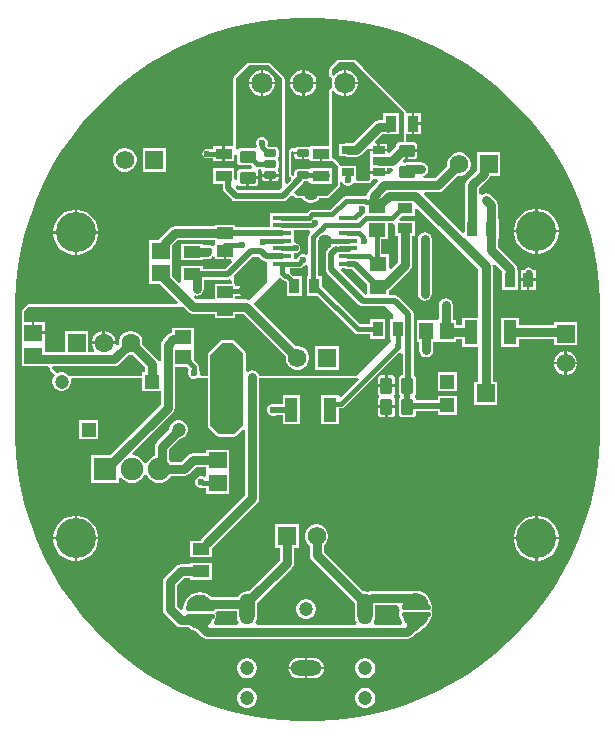
<source format=gbr>
G04*
G04 #@! TF.GenerationSoftware,Altium Limited,Altium Designer,25.4.2 (15)*
G04*
G04 Layer_Physical_Order=1*
G04 Layer_Color=255*
%FSLAX44Y44*%
%MOMM*%
G71*
G04*
G04 #@! TF.SameCoordinates,FCCDDFE3-C2CD-4CD5-A356-5465B3BF4BA8*
G04*
G04*
G04 #@! TF.FilePolarity,Positive*
G04*
G01*
G75*
%ADD13C,0.5080*%
%ADD14C,0.3810*%
%ADD16C,0.2540*%
%ADD20R,1.1000X2.0500*%
G04:AMPARAMS|DCode=21|XSize=1.05mm|YSize=1.38mm|CornerRadius=0.1313mm|HoleSize=0mm|Usage=FLASHONLY|Rotation=0.000|XOffset=0mm|YOffset=0mm|HoleType=Round|Shape=RoundedRectangle|*
%AMROUNDEDRECTD21*
21,1,1.0500,1.1175,0,0,0.0*
21,1,0.7875,1.3800,0,0,0.0*
1,1,0.2625,0.3938,-0.5587*
1,1,0.2625,-0.3938,-0.5587*
1,1,0.2625,-0.3938,0.5587*
1,1,0.2625,0.3938,0.5587*
%
%ADD21ROUNDEDRECTD21*%
%ADD22R,1.5000X1.6000*%
%ADD23R,1.2000X1.2000*%
%ADD24R,0.9061X1.3098*%
%ADD25C,0.2540*%
%ADD26R,1.4500X1.1500*%
%ADD27R,1.4500X1.2000*%
%ADD28R,1.1500X1.4500*%
%ADD29R,0.8500X1.3000*%
%ADD30R,1.3000X0.8500*%
%ADD31R,1.5500X1.3500*%
%ADD32R,1.5562X1.4546*%
%ADD33R,1.3500X1.0000*%
%ADD34R,1.3800X0.9200*%
G04:AMPARAMS|DCode=35|XSize=1.05mm|YSize=1.38mm|CornerRadius=0.1313mm|HoleSize=0mm|Usage=FLASHONLY|Rotation=270.000|XOffset=0mm|YOffset=0mm|HoleType=Round|Shape=RoundedRectangle|*
%AMROUNDEDRECTD35*
21,1,1.0500,1.1175,0,0,270.0*
21,1,0.7875,1.3800,0,0,270.0*
1,1,0.2625,-0.5587,-0.3938*
1,1,0.2625,-0.5587,0.3938*
1,1,0.2625,0.5587,0.3938*
1,1,0.2625,0.5587,-0.3938*
%
%ADD35ROUNDEDRECTD35*%
G04:AMPARAMS|DCode=36|XSize=0.6mm|YSize=1mm|CornerRadius=0.051mm|HoleSize=0mm|Usage=FLASHONLY|Rotation=90.000|XOffset=0mm|YOffset=0mm|HoleType=Round|Shape=RoundedRectangle|*
%AMROUNDEDRECTD36*
21,1,0.6000,0.8980,0,0,90.0*
21,1,0.4980,1.0000,0,0,90.0*
1,1,0.1020,0.4490,0.2490*
1,1,0.1020,0.4490,-0.2490*
1,1,0.1020,-0.4490,-0.2490*
1,1,0.1020,-0.4490,0.2490*
%
%ADD36ROUNDEDRECTD36*%
%ADD37R,1.0000X0.6600*%
%ADD38R,0.9500X1.4000*%
%ADD39R,1.4200X1.0000*%
%ADD44R,1.6000X0.3500*%
%ADD59C,1.9000*%
%ADD60R,1.9000X1.9000*%
%ADD61C,1.2000*%
%ADD71C,0.7620*%
%ADD72C,1.0160*%
%ADD73C,0.4572*%
%ADD74C,3.4000*%
%ADD75C,1.5750*%
%ADD76R,1.5750X1.5750*%
%ADD77C,1.8034*%
%ADD78R,1.5750X1.5750*%
%ADD79C,1.6000*%
%ADD80R,1.6000X1.6000*%
%ADD81O,2.6160X1.3080*%
%ADD82O,1.3080X2.6160*%
%ADD83C,0.6000*%
%ADD84C,1.2700*%
G36*
X23657Y549940D02*
X38533Y548134D01*
X53273Y545432D01*
X67823Y541846D01*
X82129Y537388D01*
X96141Y532074D01*
X109806Y525924D01*
X123074Y518960D01*
X135898Y511208D01*
X148231Y502695D01*
X160027Y493454D01*
X171244Y483517D01*
X181840Y472921D01*
X191777Y461704D01*
X201019Y449908D01*
X209531Y437575D01*
X217284Y424751D01*
X224247Y411483D01*
X230397Y397818D01*
X235711Y383806D01*
X240170Y369499D01*
X243756Y354950D01*
X246457Y340210D01*
X248263Y325334D01*
X249168Y310376D01*
Y302884D01*
X249168Y202884D01*
Y195391D01*
X248263Y180433D01*
X246457Y165557D01*
X243756Y150817D01*
X240169Y136268D01*
X235711Y121961D01*
X230397Y107950D01*
X224247Y94285D01*
X217283Y81016D01*
X209531Y68192D01*
X201018Y55859D01*
X191777Y44064D01*
X181840Y32847D01*
X171244Y22251D01*
X160027Y12314D01*
X148231Y3072D01*
X135899Y-5440D01*
X123074Y-13193D01*
X109806Y-20157D01*
X96141Y-26307D01*
X82129Y-31621D01*
X67822Y-36079D01*
X53273Y-39665D01*
X38533Y-42366D01*
X23657Y-44173D01*
X8699Y-45077D01*
X-6285D01*
X-21244Y-44173D01*
X-36120Y-42366D01*
X-50859Y-39665D01*
X-65409Y-36079D01*
X-79715Y-31621D01*
X-93727Y-26307D01*
X-107392Y-20157D01*
X-120661Y-13193D01*
X-133485Y-5441D01*
X-145817Y3072D01*
X-157613Y12313D01*
X-168830Y22250D01*
X-179426Y32847D01*
X-189363Y44063D01*
X-198605Y55859D01*
X-207117Y68192D01*
X-214870Y81016D01*
X-221834Y94285D01*
X-227984Y107950D01*
X-233298Y121961D01*
X-237756Y136268D01*
X-241342Y150817D01*
X-244043Y165557D01*
X-245849Y180433D01*
X-246754Y195391D01*
Y202884D01*
Y302884D01*
Y310376D01*
X-245849Y325334D01*
X-244043Y340210D01*
X-241342Y354950D01*
X-237756Y369499D01*
X-233298Y383806D01*
X-227984Y397818D01*
X-221833Y411483D01*
X-214870Y424751D01*
X-207117Y437575D01*
X-198605Y449908D01*
X-189363Y461703D01*
X-179426Y472920D01*
X-168830Y483516D01*
X-157613Y493454D01*
X-145817Y502695D01*
X-133485Y511208D01*
X-120660Y518960D01*
X-107392Y525924D01*
X-93727Y532074D01*
X-79716Y537388D01*
X-65409Y541846D01*
X-50859Y545432D01*
X-36120Y548134D01*
X-21244Y549940D01*
X-6285Y550845D01*
X8699D01*
X23657Y549940D01*
D02*
G37*
%LPC*%
G36*
X-831Y506349D02*
X-1270D01*
Y496316D01*
X8763D01*
Y496754D01*
X8010Y499565D01*
X6555Y502084D01*
X4498Y504141D01*
X1979Y505596D01*
X-831Y506349D01*
D02*
G37*
G36*
X-3302D02*
X-3741D01*
X-6551Y505596D01*
X-9070Y504141D01*
X-11128Y502084D01*
X-12582Y499565D01*
X-13335Y496754D01*
Y496316D01*
X-3302D01*
Y506349D01*
D02*
G37*
G36*
X8763Y494284D02*
X-1270D01*
Y484251D01*
X-831D01*
X1979Y485004D01*
X4498Y486458D01*
X6555Y488516D01*
X8010Y491035D01*
X8763Y493845D01*
Y494284D01*
D02*
G37*
G36*
X-3302D02*
X-13335D01*
Y493845D01*
X-12582Y491035D01*
X-11128Y488516D01*
X-9070Y486458D01*
X-6551Y485004D01*
X-3741Y484251D01*
X-3302D01*
Y494284D01*
D02*
G37*
G36*
X97312Y470042D02*
X91546D01*
Y462026D01*
X97312D01*
Y470042D01*
D02*
G37*
G36*
Y459994D02*
X91546D01*
Y451978D01*
X97312D01*
Y459994D01*
D02*
G37*
G36*
X40640Y515152D02*
X40640Y515152D01*
X27940D01*
X27147Y514994D01*
X26475Y514545D01*
X26475Y514545D01*
X20125Y508195D01*
X19676Y507523D01*
X19518Y506730D01*
X19518Y506730D01*
Y502104D01*
X19545Y501970D01*
X19536Y501834D01*
X19623Y501577D01*
X19676Y501312D01*
X19752Y501198D01*
X19796Y501068D01*
X19974Y500865D01*
X20125Y500639D01*
X20239Y500564D01*
X20329Y500461D01*
X20572Y500341D01*
X20797Y500190D01*
X22257Y498768D01*
X21717Y496754D01*
Y493845D01*
X22257Y491831D01*
X20797Y490409D01*
X20572Y490259D01*
X20329Y490139D01*
X20239Y490036D01*
X20125Y489960D01*
X19974Y489735D01*
X19796Y489531D01*
X19752Y489402D01*
X19676Y489288D01*
X19623Y489022D01*
X19536Y488765D01*
X19545Y488629D01*
X19518Y488495D01*
Y442292D01*
X3768D01*
X3768Y442292D01*
X1736Y441300D01*
X1730Y441302D01*
X-7250D01*
X-8242Y441104D01*
X-9083Y440542D01*
X-9645Y439702D01*
X-11315Y440187D01*
X-11430Y440195D01*
X-11551Y440228D01*
X-11591Y440241D01*
X-11856Y440223D01*
X-12121Y440240D01*
X-12256Y440195D01*
X-12398Y440185D01*
X-12635Y440066D01*
X-12887Y439981D01*
X-13128Y439842D01*
X-13377Y439625D01*
X-13640Y439426D01*
X-14246Y438746D01*
X-14422Y438448D01*
X-14614Y438160D01*
X-14626Y438101D01*
X-14656Y438050D01*
X-14704Y437707D01*
X-14772Y437367D01*
Y417790D01*
X-14706Y417459D01*
X-14662Y417124D01*
X-14627Y417065D01*
X-14614Y416997D01*
X-14426Y416716D01*
X-14257Y416424D01*
X-14203Y416382D01*
X-14165Y416325D01*
X-13884Y416137D01*
X-13616Y415932D01*
X-13188Y415721D01*
X-12856Y413716D01*
X-16371Y410201D01*
X-18248Y410979D01*
Y499110D01*
X-18248Y499110D01*
X-18406Y499903D01*
X-18855Y500575D01*
X-18855Y500575D01*
X-30285Y512005D01*
X-30957Y512454D01*
X-31750Y512612D01*
X-31750Y512612D01*
X-48260D01*
X-48260Y512612D01*
X-49053Y512454D01*
X-49725Y512005D01*
X-61155Y500575D01*
X-61604Y499903D01*
X-61762Y499110D01*
X-61762Y499110D01*
Y477520D01*
Y442292D01*
X-68834D01*
Y435660D01*
Y429028D01*
X-60918D01*
Y434110D01*
X-58886Y435358D01*
X-58528Y435177D01*
Y429132D01*
X-58268Y427827D01*
X-57529Y426721D01*
X-56423Y425982D01*
X-55118Y425722D01*
X-46799D01*
X-45987Y424677D01*
X-46898Y422657D01*
X-55118D01*
X-56423Y422398D01*
X-57529Y421659D01*
X-58268Y420552D01*
X-58528Y419247D01*
Y413203D01*
X-58886Y413021D01*
X-60918Y414269D01*
Y423192D01*
X-78782D01*
Y409928D01*
X-70436D01*
Y406134D01*
X-70081Y404350D01*
X-69070Y402837D01*
X-62986Y396754D01*
X-61474Y395743D01*
X-59690Y395388D01*
X-19930D01*
X-18146Y395743D01*
X-16634Y396754D01*
X-13381Y400007D01*
X-10507Y400007D01*
X-9085Y398585D01*
X-8413Y398136D01*
X-7620Y397978D01*
X-7620Y397978D01*
X-3206D01*
X-2897Y397443D01*
X-1337Y395882D01*
X575Y394779D01*
X2706Y394208D01*
X4913D01*
X7045Y394779D01*
X8957Y395882D01*
X10517Y397443D01*
X10826Y397978D01*
X17780D01*
X17780Y397978D01*
X18573Y398136D01*
X19245Y398585D01*
X19245Y398585D01*
X28135Y407475D01*
X28584Y408147D01*
X28742Y408940D01*
X28742Y408940D01*
Y411338D01*
X30774Y411743D01*
X31294Y410486D01*
X32710Y409071D01*
X34559Y408305D01*
X36561D01*
X38410Y409071D01*
X39703Y410363D01*
X39704Y410364D01*
X40049Y410542D01*
X41354Y410870D01*
X42177Y410853D01*
X42204Y410836D01*
X42284Y410820D01*
X42356Y410779D01*
X42678Y410741D01*
X42997Y410678D01*
X53523D01*
X53841Y410741D01*
X54164Y410779D01*
X54236Y410820D01*
X54316Y410836D01*
X54586Y411016D01*
X54869Y411175D01*
X54920Y411239D01*
X54988Y411285D01*
X55169Y411555D01*
X55369Y411810D01*
X56224Y413488D01*
X56246Y413567D01*
X56292Y413635D01*
X56355Y413953D01*
X56443Y414266D01*
X58440Y414428D01*
X60230D01*
X61072Y412396D01*
X52938Y404262D01*
X51647Y402329D01*
X51448Y401328D01*
X49863Y399571D01*
X33607D01*
X32071Y399266D01*
X30769Y398395D01*
X20531Y388158D01*
X4901D01*
X3365Y387853D01*
X2062Y386982D01*
X544Y385464D01*
X-20380D01*
X-21547Y385232D01*
X-30412D01*
Y373111D01*
X-59798D01*
Y375212D01*
X-77362D01*
Y374136D01*
X-111400D01*
X-111400Y374136D01*
X-113680Y373683D01*
X-115612Y372392D01*
X-123431Y364573D01*
X-124661Y362733D01*
X-133003D01*
Y344123D01*
Y325607D01*
X-123761D01*
X-108173Y310019D01*
X-108950Y308142D01*
X-234950Y308142D01*
X-235743Y307984D01*
X-236415Y307535D01*
X-236415Y307535D01*
X-239971Y303979D01*
X-239971Y303979D01*
X-240420Y303307D01*
X-240578Y302514D01*
X-240578Y302514D01*
Y292852D01*
X-240922D01*
Y275288D01*
X-240922D01*
Y273352D01*
X-240922D01*
Y255788D01*
X-228816D01*
X-228190Y255663D01*
X-218554D01*
X-217178Y253786D01*
X-217020Y252993D01*
X-216571Y252321D01*
X-212610Y248359D01*
X-213467Y247502D01*
X-214525Y245670D01*
X-215072Y243627D01*
Y241512D01*
X-214525Y239470D01*
X-213467Y237638D01*
X-211972Y236143D01*
X-210140Y235085D01*
X-208097Y234538D01*
X-205983D01*
X-203940Y235085D01*
X-202108Y236143D01*
X-200613Y237638D01*
X-199555Y239470D01*
X-199008Y241512D01*
Y243627D01*
X-199099Y243966D01*
X-197862Y245578D01*
X-138812D01*
Y234538D01*
X-123189D01*
Y222882D01*
X-165909Y180162D01*
X-181752D01*
Y157098D01*
X-158688D01*
Y161192D01*
X-156656Y161737D01*
X-156548Y161549D01*
X-154401Y159402D01*
X-151771Y157884D01*
X-148838Y157098D01*
X-145802D01*
X-142869Y157884D01*
X-140239Y159402D01*
X-138092Y161549D01*
X-136986Y163466D01*
X-136915Y163494D01*
X-134826D01*
X-134755Y163466D01*
X-133648Y161549D01*
X-131501Y159402D01*
X-128871Y157884D01*
X-125938Y157098D01*
X-122902D01*
X-119969Y157884D01*
X-117339Y159402D01*
X-115192Y161549D01*
X-114543Y162673D01*
X-103150D01*
X-100871Y163127D01*
X-98938Y164418D01*
X-93193Y170163D01*
X-84712D01*
Y167434D01*
X-84712Y167338D01*
Y165402D01*
X-84712Y165306D01*
Y163224D01*
X-84981Y162927D01*
X-86744Y162033D01*
X-87899Y162512D01*
X-89901D01*
X-91750Y161746D01*
X-93166Y160330D01*
X-93932Y158481D01*
Y156479D01*
X-93166Y154629D01*
X-91750Y153214D01*
X-89901Y152448D01*
X-87899D01*
X-87495Y152615D01*
X-87448Y152606D01*
X-84712D01*
Y147838D01*
X-65148D01*
Y165306D01*
X-65148Y165402D01*
Y167338D01*
X-65148Y167434D01*
Y184902D01*
X-84712D01*
Y182076D01*
X-95660D01*
X-97940Y181623D01*
X-99872Y180332D01*
X-105617Y174586D01*
X-114543D01*
X-115192Y175711D01*
X-116271Y176789D01*
Y185155D01*
X-107528Y193898D01*
X-106863D01*
X-104820Y194445D01*
X-102988Y195503D01*
X-101493Y196998D01*
X-100435Y198830D01*
X-99888Y200872D01*
Y202987D01*
X-100435Y205030D01*
X-101493Y206862D01*
X-102988Y208357D01*
X-104820Y209414D01*
X-106863Y209962D01*
X-108978D01*
X-111020Y209414D01*
X-112852Y208357D01*
X-114347Y206862D01*
X-115405Y205030D01*
X-115952Y202987D01*
Y202321D01*
X-126439Y191834D01*
X-127731Y189902D01*
X-128184Y187622D01*
Y179560D01*
X-128871Y179376D01*
X-131501Y177858D01*
X-133648Y175711D01*
X-134755Y173794D01*
X-134826Y173766D01*
X-136915D01*
X-136986Y173794D01*
X-138092Y175711D01*
X-140239Y177858D01*
X-142869Y179376D01*
X-145802Y180162D01*
X-146188D01*
X-147029Y182194D01*
X-113020Y216203D01*
X-113020Y216203D01*
X-111729Y218135D01*
X-111276Y220415D01*
Y255248D01*
X-100535D01*
X-98922Y253635D01*
X-99516Y253040D01*
X-100282Y251191D01*
Y249189D01*
X-99516Y247339D01*
X-98101Y245924D01*
X-96251Y245158D01*
X-94249D01*
X-92400Y245924D01*
X-90655Y246185D01*
X-90485Y246071D01*
X-90341Y245927D01*
X-90152Y245849D01*
X-89983Y245736D01*
X-89782Y245696D01*
X-89594Y245618D01*
X-89390D01*
X-89190Y245578D01*
X-83352D01*
Y205740D01*
X-83352Y205740D01*
X-83194Y204947D01*
X-82745Y204275D01*
X-82745Y204275D01*
X-75125Y196655D01*
X-75125Y196655D01*
X-74453Y196206D01*
X-73660Y196048D01*
X-73660Y196048D01*
X-60960D01*
X-60960Y196048D01*
X-60167Y196206D01*
X-59495Y196655D01*
X-53709Y202441D01*
X-51677Y201600D01*
Y146437D01*
X-87917Y110197D01*
X-89208Y108265D01*
X-89296Y107822D01*
X-93706D01*
X-94095Y107899D01*
X-94484Y107822D01*
X-98032D01*
Y104273D01*
X-98109Y103885D01*
X-98032Y103497D01*
Y93758D01*
X-79768D01*
Y101589D01*
X-79493Y101773D01*
X-41508Y139758D01*
X-40217Y141691D01*
X-39764Y143970D01*
Y245578D01*
X41910D01*
X42703Y245736D01*
X43375Y246185D01*
X43375Y246185D01*
X44726Y244712D01*
X29973Y229960D01*
X28096Y230737D01*
Y230976D01*
X13032D01*
Y206412D01*
X28096D01*
Y219843D01*
X29547D01*
X31083Y220148D01*
X32385Y221019D01*
X78115Y266748D01*
X78471D01*
X79598Y267215D01*
X81630Y266169D01*
Y248145D01*
X80517Y247923D01*
X79411Y247184D01*
X78672Y246078D01*
X78412Y244773D01*
Y233598D01*
X78672Y232293D01*
X79411Y231187D01*
Y229404D01*
X78672Y228298D01*
X78412Y226993D01*
Y215818D01*
X78672Y214513D01*
X79411Y213407D01*
X80517Y212667D01*
X81822Y212408D01*
X89697D01*
X91002Y212667D01*
X92108Y213407D01*
X92848Y214513D01*
X93107Y215818D01*
Y217373D01*
X111382D01*
Y214632D01*
X127446D01*
Y230696D01*
X111382D01*
Y226696D01*
X93107D01*
Y226993D01*
X92848Y228298D01*
X92108Y229404D01*
Y231187D01*
X92848Y232293D01*
X93107Y233598D01*
Y244773D01*
X92848Y246078D01*
X92108Y247184D01*
X91002Y247923D01*
X90954Y247933D01*
Y299788D01*
X90599Y301572D01*
X89588Y303084D01*
X78226Y314446D01*
X76714Y315457D01*
X74930Y315811D01*
X70242D01*
Y319937D01*
X71172Y320558D01*
X88032Y337418D01*
X89323Y339350D01*
X89776Y341630D01*
Y366218D01*
X92352D01*
Y378782D01*
X79184D01*
X78406Y380659D01*
X80965Y383218D01*
X92352D01*
Y388901D01*
X94229Y389678D01*
X145957Y337950D01*
Y296762D01*
X132178D01*
Y290436D01*
X127022D01*
Y295032D01*
X124066D01*
Y307340D01*
X123613Y309619D01*
X122322Y311552D01*
X120389Y312843D01*
X118110Y313296D01*
X115830Y312843D01*
X113898Y311552D01*
X112607Y309619D01*
X112153Y307340D01*
Y296816D01*
X111458Y295032D01*
X109522D01*
X109426Y295032D01*
X93958D01*
Y276468D01*
X95643D01*
Y269240D01*
X96097Y266960D01*
X97388Y265028D01*
X99320Y263737D01*
X101600Y263283D01*
X103879Y263737D01*
X105812Y265028D01*
X107103Y266960D01*
X107556Y269240D01*
Y276075D01*
X109522Y276468D01*
X111458D01*
X111554Y276468D01*
X127022D01*
Y278523D01*
X132178D01*
Y272198D01*
X145957D01*
Y242696D01*
X142382D01*
Y222632D01*
X161446D01*
Y242696D01*
X157870D01*
Y340417D01*
X157672Y341417D01*
X159544Y342418D01*
X166017Y335945D01*
Y320349D01*
X179142D01*
Y337511D01*
X178790D01*
Y337553D01*
X178336Y339832D01*
X177045Y341765D01*
X162307Y356502D01*
Y363529D01*
X162913D01*
Y380691D01*
X162307D01*
Y392289D01*
X161854Y394569D01*
X160563Y396501D01*
X160563Y396501D01*
X156612Y400452D01*
X154679Y401743D01*
X152400Y402197D01*
X150121Y401743D01*
X148818Y400872D01*
X146864Y401699D01*
X146786Y401773D01*
Y406591D01*
X154687Y414492D01*
X155978Y416425D01*
X156055Y416813D01*
X164447D01*
Y436627D01*
X144633D01*
Y423230D01*
X144519Y422655D01*
Y421171D01*
X136617Y413270D01*
X135326Y411338D01*
X134873Y409058D01*
Y380691D01*
X134267D01*
Y369143D01*
X132390Y368366D01*
X99649Y401106D01*
X100427Y402983D01*
X111760D01*
X114039Y403437D01*
X115972Y404728D01*
X128094Y416851D01*
X128236Y416813D01*
X130844D01*
X133364Y417488D01*
X135623Y418792D01*
X137467Y420637D01*
X138772Y422896D01*
X139447Y425415D01*
Y428024D01*
X138772Y430544D01*
X137467Y432803D01*
X135623Y434647D01*
X133364Y435952D01*
X130844Y436627D01*
X128236D01*
X125716Y435952D01*
X123457Y434647D01*
X121612Y432803D01*
X120308Y430544D01*
X119633Y428024D01*
Y425415D01*
X119671Y425274D01*
X109293Y414896D01*
X99551D01*
X99351Y416928D01*
X99650Y416988D01*
X101583Y418279D01*
X102874Y420211D01*
X103327Y422491D01*
X102874Y424770D01*
X101583Y426703D01*
X99650Y427994D01*
X97371Y428447D01*
X85561D01*
X83281Y427994D01*
X83040Y428093D01*
X82381Y430558D01*
X82555Y430782D01*
X84074D01*
Y438130D01*
X85090D01*
Y439146D01*
X94087D01*
Y442067D01*
X93828Y443372D01*
X93089Y444478D01*
X91982Y445218D01*
X90677Y445477D01*
X84622D01*
Y451978D01*
X89514D01*
Y461010D01*
Y470042D01*
X84622D01*
Y471170D01*
X84464Y471963D01*
X84015Y472635D01*
X84015Y472635D01*
X48455Y508195D01*
X48455Y508195D01*
X42105Y514545D01*
X41433Y514994D01*
X40640Y515152D01*
D02*
G37*
G36*
X94087Y437114D02*
X86106D01*
Y430782D01*
X90677D01*
X91982Y431042D01*
X93089Y431781D01*
X93828Y432887D01*
X94087Y434192D01*
Y437114D01*
D02*
G37*
G36*
X-70866Y442292D02*
X-78782D01*
Y439649D01*
X-83795D01*
X-85331Y439343D01*
X-86634Y438473D01*
X-86658Y438448D01*
X-87529Y437146D01*
X-87834Y435610D01*
X-87529Y434074D01*
X-86658Y432771D01*
X-85356Y431901D01*
X-83820Y431596D01*
X-83694Y431621D01*
X-78782D01*
Y429028D01*
X-70866D01*
Y435660D01*
Y442292D01*
D02*
G37*
G36*
X-118563Y440267D02*
X-138377D01*
Y420453D01*
X-118563D01*
Y440267D01*
D02*
G37*
G36*
X-152166D02*
X-154775D01*
X-157294Y439592D01*
X-159553Y438287D01*
X-161398Y436443D01*
X-162702Y434184D01*
X-163377Y431664D01*
Y429055D01*
X-162702Y426536D01*
X-161398Y424277D01*
X-159553Y422432D01*
X-157294Y421128D01*
X-154775Y420453D01*
X-152166D01*
X-149646Y421128D01*
X-147387Y422432D01*
X-145543Y424277D01*
X-144238Y426536D01*
X-143563Y429055D01*
Y431664D01*
X-144238Y434184D01*
X-145543Y436443D01*
X-147387Y438287D01*
X-149646Y439592D01*
X-152166Y440267D01*
D02*
G37*
G36*
X196875Y389032D02*
X196016D01*
Y371016D01*
X214032D01*
Y371875D01*
X213301Y375551D01*
X211866Y379015D01*
X209783Y382132D01*
X207132Y384783D01*
X204015Y386866D01*
X200551Y388301D01*
X196875Y389032D01*
D02*
G37*
G36*
X193984D02*
X193125D01*
X189449Y388301D01*
X185985Y386866D01*
X182868Y384783D01*
X180217Y382132D01*
X178134Y379015D01*
X176699Y375551D01*
X175968Y371875D01*
Y371016D01*
X193984D01*
Y389032D01*
D02*
G37*
G36*
X-193125Y388016D02*
X-193984D01*
Y370000D01*
X-175968D01*
Y370858D01*
X-176699Y374535D01*
X-178134Y377999D01*
X-180217Y381116D01*
X-182868Y383767D01*
X-185985Y385850D01*
X-189449Y387285D01*
X-193125Y388016D01*
D02*
G37*
G36*
X-196016D02*
X-196875D01*
X-200551Y387285D01*
X-204015Y385850D01*
X-207132Y383767D01*
X-209783Y381116D01*
X-211866Y377999D01*
X-213301Y374535D01*
X-214032Y370858D01*
Y370000D01*
X-196016D01*
Y388016D01*
D02*
G37*
G36*
X214032Y368984D02*
X196016D01*
Y350968D01*
X196875D01*
X200551Y351699D01*
X204015Y353134D01*
X207132Y355217D01*
X209783Y357868D01*
X211866Y360985D01*
X213301Y364449D01*
X214032Y368125D01*
Y368984D01*
D02*
G37*
G36*
X193984D02*
X175968D01*
Y368125D01*
X176699Y364449D01*
X178134Y360985D01*
X180217Y357868D01*
X182868Y355217D01*
X185985Y353134D01*
X189449Y351699D01*
X193125Y350968D01*
X193984D01*
Y368984D01*
D02*
G37*
G36*
X-175968Y367968D02*
X-193984D01*
Y349952D01*
X-193125D01*
X-189449Y350683D01*
X-185985Y352118D01*
X-182868Y354201D01*
X-180217Y356852D01*
X-178134Y359969D01*
X-176699Y363433D01*
X-175968Y367109D01*
Y367968D01*
D02*
G37*
G36*
X-196016D02*
X-214032D01*
Y367109D01*
X-213301Y363433D01*
X-211866Y359969D01*
X-209783Y356852D01*
X-207132Y354201D01*
X-204015Y352118D01*
X-200551Y350683D01*
X-196875Y349952D01*
X-196016D01*
Y367968D01*
D02*
G37*
G36*
X188214Y339229D02*
X186678Y338923D01*
X185376Y338053D01*
X185014Y337511D01*
X181538D01*
Y329946D01*
X194663D01*
Y337511D01*
X191467D01*
X191209Y337896D01*
X191052Y338053D01*
X189750Y338923D01*
X188214Y339229D01*
D02*
G37*
G36*
X194663Y327914D02*
X189117D01*
Y320349D01*
X194663D01*
Y327914D01*
D02*
G37*
G36*
X187085D02*
X181538D01*
Y320349D01*
X187085D01*
Y327914D01*
D02*
G37*
G36*
X100330Y369176D02*
X98050Y368723D01*
X96118Y367432D01*
X94827Y365499D01*
X94373Y363220D01*
Y316992D01*
X94827Y314712D01*
X96118Y312780D01*
X98050Y311489D01*
X100330Y311035D01*
X102609Y311489D01*
X104542Y312780D01*
X105833Y314712D01*
X106286Y316992D01*
Y363220D01*
X105833Y365499D01*
X104542Y367432D01*
X102609Y368723D01*
X100330Y369176D01*
D02*
G37*
G36*
X180242Y296762D02*
X165178D01*
Y272198D01*
X180242D01*
Y278523D01*
X209803D01*
Y273303D01*
X229617D01*
Y293117D01*
X209803D01*
Y290436D01*
X180242D01*
Y296762D01*
D02*
G37*
G36*
X221014Y268117D02*
X220726D01*
Y259226D01*
X229617D01*
Y259514D01*
X228942Y262034D01*
X227638Y264293D01*
X225793Y266137D01*
X223534Y267442D01*
X221014Y268117D01*
D02*
G37*
G36*
X218694D02*
X218406D01*
X215886Y267442D01*
X213627Y266137D01*
X211782Y264293D01*
X210478Y262034D01*
X209803Y259514D01*
Y259226D01*
X218694D01*
Y268117D01*
D02*
G37*
G36*
X229617Y257194D02*
X220726D01*
Y248303D01*
X221014D01*
X223534Y248978D01*
X225793Y250282D01*
X227638Y252127D01*
X228942Y254386D01*
X229617Y256905D01*
Y257194D01*
D02*
G37*
G36*
X218694D02*
X209803D01*
Y256905D01*
X210478Y254386D01*
X211782Y252127D01*
X213627Y250282D01*
X215886Y248978D01*
X218406Y248303D01*
X218694D01*
Y257194D01*
D02*
G37*
G36*
X71937Y248183D02*
X69016D01*
Y240201D01*
X75347D01*
Y244773D01*
X75088Y246078D01*
X74348Y247184D01*
X73242Y247923D01*
X71937Y248183D01*
D02*
G37*
G36*
X66984D02*
X64062D01*
X62757Y247923D01*
X61651Y247184D01*
X60912Y246078D01*
X60652Y244773D01*
Y240201D01*
X66984D01*
Y248183D01*
D02*
G37*
G36*
X127446Y250696D02*
X111382D01*
Y234632D01*
X127446D01*
Y250696D01*
D02*
G37*
G36*
X-4904Y230976D02*
X-19968D01*
Y223356D01*
X-25791D01*
X-26685Y223726D01*
X-28687D01*
X-30536Y222960D01*
X-31952Y221544D01*
X-32718Y219695D01*
Y217693D01*
X-31952Y215844D01*
X-30536Y214428D01*
X-28687Y213662D01*
X-26685D01*
X-25791Y214032D01*
X-19968D01*
Y206412D01*
X-4904D01*
Y230976D01*
D02*
G37*
G36*
X75347Y238169D02*
X60652D01*
Y233598D01*
X60912Y232293D01*
X61651Y231187D01*
Y229404D01*
X60912Y228298D01*
X60652Y226993D01*
Y222421D01*
X75347D01*
Y226993D01*
X75088Y228298D01*
X74348Y229404D01*
Y231187D01*
X75088Y232293D01*
X75347Y233598D01*
Y238169D01*
D02*
G37*
G36*
Y220389D02*
X69016D01*
Y212408D01*
X71937D01*
X73242Y212667D01*
X74348Y213407D01*
X75088Y214513D01*
X75347Y215818D01*
Y220389D01*
D02*
G37*
G36*
X66984D02*
X60652D01*
Y215818D01*
X60912Y214513D01*
X61651Y213407D01*
X62757Y212667D01*
X64062Y212408D01*
X66984D01*
Y220389D01*
D02*
G37*
G36*
X-176148Y209962D02*
X-192212D01*
Y193898D01*
X-176148D01*
Y209962D01*
D02*
G37*
G36*
X196875Y129032D02*
X196016D01*
Y111016D01*
X214032D01*
Y111875D01*
X213301Y115551D01*
X211866Y119015D01*
X209783Y122132D01*
X207132Y124783D01*
X204015Y126866D01*
X200551Y128301D01*
X196875Y129032D01*
D02*
G37*
G36*
X193984D02*
X193125D01*
X189449Y128301D01*
X185985Y126866D01*
X182868Y124783D01*
X180217Y122132D01*
X178134Y119015D01*
X176699Y115551D01*
X175968Y111875D01*
Y111016D01*
X193984D01*
Y129032D01*
D02*
G37*
G36*
X-193125D02*
X-193984D01*
Y111016D01*
X-175968D01*
Y111875D01*
X-176699Y115551D01*
X-178134Y119015D01*
X-180217Y122132D01*
X-182868Y124783D01*
X-185985Y126866D01*
X-189449Y128301D01*
X-193125Y129032D01*
D02*
G37*
G36*
X-196016D02*
X-196875D01*
X-200551Y128301D01*
X-204015Y126866D01*
X-207132Y124783D01*
X-209783Y122132D01*
X-211866Y119015D01*
X-213301Y115551D01*
X-214032Y111875D01*
Y111016D01*
X-196016D01*
Y129032D01*
D02*
G37*
G36*
X214032Y108984D02*
X196016D01*
Y90968D01*
X196875D01*
X200551Y91699D01*
X204015Y93134D01*
X207132Y95217D01*
X209783Y97868D01*
X211866Y100985D01*
X213301Y104449D01*
X214032Y108125D01*
Y108984D01*
D02*
G37*
G36*
X193984D02*
X175968D01*
Y108125D01*
X176699Y104449D01*
X178134Y100985D01*
X180217Y97868D01*
X182868Y95217D01*
X185985Y93134D01*
X189449Y91699D01*
X193125Y90968D01*
X193984D01*
Y108984D01*
D02*
G37*
G36*
X-175968D02*
X-193984D01*
Y90968D01*
X-193125D01*
X-189449Y91699D01*
X-185985Y93134D01*
X-182868Y95217D01*
X-180217Y97868D01*
X-178134Y100985D01*
X-176699Y104449D01*
X-175968Y108125D01*
Y108984D01*
D02*
G37*
G36*
X-196016D02*
X-214032D01*
Y108125D01*
X-213301Y104449D01*
X-211866Y100985D01*
X-209783Y97868D01*
X-207132Y95217D01*
X-204015Y93134D01*
X-200551Y91699D01*
X-196875Y90968D01*
X-196016D01*
Y108984D01*
D02*
G37*
G36*
X1119Y58500D02*
X-1119D01*
X-3281Y57921D01*
X-5219Y56802D01*
X-6802Y55219D01*
X-7921Y53281D01*
X-8500Y51119D01*
Y48881D01*
X-7921Y46719D01*
X-6802Y44781D01*
X-5219Y43198D01*
X-3281Y42079D01*
X-1119Y41500D01*
X1119D01*
X3281Y42079D01*
X5219Y43198D01*
X6802Y44781D01*
X7921Y46719D01*
X8500Y48881D01*
Y51119D01*
X7921Y53281D01*
X6802Y55219D01*
X5219Y56802D01*
X3281Y57921D01*
X1119Y58500D01*
D02*
G37*
G36*
X10194Y121667D02*
X7586D01*
X5066Y120992D01*
X2807Y119687D01*
X962Y117843D01*
X-342Y115584D01*
X-1017Y113064D01*
Y110456D01*
X-342Y107936D01*
X962Y105677D01*
X2807Y103832D01*
X2933Y103759D01*
Y95510D01*
X3387Y93230D01*
X4678Y91298D01*
X41354Y54622D01*
Y43460D01*
X41649Y41222D01*
X42512Y39137D01*
X42873Y38666D01*
X41871Y36634D01*
X-41871D01*
X-42873Y38666D01*
X-42512Y39137D01*
X-41649Y41222D01*
X-41354Y43460D01*
Y55562D01*
X-11898Y85018D01*
X-10607Y86951D01*
X-10154Y89230D01*
Y101853D01*
X-6203D01*
Y121667D01*
X-26017D01*
Y101853D01*
X-22067D01*
Y91697D01*
X-48743Y65020D01*
X-50000Y65186D01*
X-52238Y64891D01*
X-54323Y64028D01*
X-56114Y62653D01*
X-57488Y60863D01*
X-57610Y60566D01*
X-79360D01*
X-81246Y60920D01*
X-83381Y62559D01*
X-86656Y63915D01*
X-90170Y64378D01*
X-93684Y63915D01*
X-96959Y62559D01*
X-99771Y60401D01*
X-101929Y57589D01*
X-103286Y54314D01*
X-103425Y53254D01*
X-104039Y52336D01*
X-104344Y50800D01*
X-104173Y49938D01*
X-106046Y48937D01*
X-109360Y52251D01*
Y70177D01*
X-103403Y76134D01*
X-98032D01*
Y75058D01*
X-79768D01*
Y89122D01*
X-98032D01*
Y88047D01*
X-105870D01*
X-108149Y87593D01*
X-110082Y86302D01*
X-119528Y76856D01*
X-120819Y74923D01*
X-121272Y72644D01*
Y49784D01*
X-120819Y47505D01*
X-119528Y45572D01*
X-110384Y36428D01*
X-108451Y35137D01*
X-106172Y34683D01*
X-106172Y34683D01*
X-99589D01*
X-99563Y34688D01*
X-96959Y32691D01*
X-95927Y32263D01*
X-95678Y32097D01*
X-95385Y32039D01*
X-93684Y31334D01*
X-93010Y31246D01*
X-88230Y26466D01*
X-88230Y26466D01*
X-86298Y25175D01*
X-84018Y24722D01*
X85288D01*
X87568Y25175D01*
X89500Y26466D01*
X91869Y28835D01*
X92286Y28890D01*
X94016Y29607D01*
X95501Y30747D01*
X97782Y33028D01*
X98032Y33353D01*
X99499Y33961D01*
X102311Y36119D01*
X104469Y38931D01*
X105825Y42206D01*
X105965Y43265D01*
X106579Y44184D01*
X106884Y45720D01*
X106579Y47256D01*
X106526Y47334D01*
X105853Y48895D01*
X106526Y50456D01*
X106579Y50534D01*
X106884Y52070D01*
X106579Y53606D01*
X105965Y54524D01*
X105825Y55584D01*
X104469Y58859D01*
X102311Y61671D01*
X99499Y63829D01*
X96224Y65185D01*
X92710Y65648D01*
X92697Y65646D01*
X55658D01*
X53379Y65193D01*
X52663Y64715D01*
X52238Y64891D01*
X50000Y65186D01*
X47913Y64911D01*
X14846Y97977D01*
Y103759D01*
X14973Y103832D01*
X16818Y105677D01*
X18122Y107936D01*
X18797Y110456D01*
Y113064D01*
X18122Y115584D01*
X16818Y117843D01*
X14973Y119687D01*
X12714Y120992D01*
X10194Y121667D01*
D02*
G37*
G36*
X6540Y8646D02*
X1016D01*
Y1016D01*
X15052D01*
X14891Y2238D01*
X14028Y4323D01*
X12654Y6114D01*
X10863Y7488D01*
X8778Y8351D01*
X6540Y8646D01*
D02*
G37*
G36*
X-1016D02*
X-6540D01*
X-8778Y8351D01*
X-10863Y7488D01*
X-12654Y6114D01*
X-14028Y4323D01*
X-14891Y2238D01*
X-15052Y1016D01*
X-1016D01*
Y8646D01*
D02*
G37*
G36*
X51119Y8500D02*
X48881D01*
X46719Y7921D01*
X44781Y6802D01*
X43198Y5219D01*
X42079Y3281D01*
X41500Y1119D01*
Y-1119D01*
X42079Y-3281D01*
X43198Y-5219D01*
X44781Y-6802D01*
X46719Y-7921D01*
X48881Y-8500D01*
X51119D01*
X53281Y-7921D01*
X55219Y-6802D01*
X56802Y-5219D01*
X57921Y-3281D01*
X58500Y-1119D01*
Y1119D01*
X57921Y3281D01*
X56802Y5219D01*
X55219Y6802D01*
X53281Y7921D01*
X51119Y8500D01*
D02*
G37*
G36*
X-48881D02*
X-51119D01*
X-53281Y7921D01*
X-55219Y6802D01*
X-56802Y5219D01*
X-57921Y3281D01*
X-58500Y1119D01*
Y-1119D01*
X-57921Y-3281D01*
X-56802Y-5219D01*
X-55219Y-6802D01*
X-53281Y-7921D01*
X-51119Y-8500D01*
X-48881D01*
X-46719Y-7921D01*
X-44781Y-6802D01*
X-43198Y-5219D01*
X-42079Y-3281D01*
X-41500Y-1119D01*
Y1119D01*
X-42079Y3281D01*
X-43198Y5219D01*
X-44781Y6802D01*
X-46719Y7921D01*
X-48881Y8500D01*
D02*
G37*
G36*
X15052Y-1016D02*
X1016D01*
Y-8646D01*
X6540D01*
X8778Y-8351D01*
X10863Y-7488D01*
X12654Y-6114D01*
X14028Y-4323D01*
X14891Y-2238D01*
X15052Y-1016D01*
D02*
G37*
G36*
X-1016D02*
X-15052D01*
X-14891Y-2238D01*
X-14028Y-4323D01*
X-12654Y-6114D01*
X-10863Y-7488D01*
X-8778Y-8351D01*
X-6540Y-8646D01*
X-1016D01*
Y-1016D01*
D02*
G37*
G36*
X51119Y-16500D02*
X48881D01*
X46719Y-17079D01*
X44781Y-18198D01*
X43198Y-19781D01*
X42079Y-21719D01*
X41500Y-23881D01*
Y-26119D01*
X42079Y-28281D01*
X43198Y-30219D01*
X44781Y-31802D01*
X46719Y-32921D01*
X48881Y-33500D01*
X51119D01*
X53281Y-32921D01*
X55219Y-31802D01*
X56802Y-30219D01*
X57921Y-28281D01*
X58500Y-26119D01*
Y-23881D01*
X57921Y-21719D01*
X56802Y-19781D01*
X55219Y-18198D01*
X53281Y-17079D01*
X51119Y-16500D01*
D02*
G37*
G36*
X-48881D02*
X-51119D01*
X-53281Y-17079D01*
X-55219Y-18198D01*
X-56802Y-19781D01*
X-57921Y-21719D01*
X-58500Y-23881D01*
Y-26119D01*
X-57921Y-28281D01*
X-56802Y-30219D01*
X-55219Y-31802D01*
X-53281Y-32921D01*
X-51119Y-33500D01*
X-48881D01*
X-46719Y-32921D01*
X-44781Y-31802D01*
X-43198Y-30219D01*
X-42079Y-28281D01*
X-41500Y-26119D01*
Y-23881D01*
X-42079Y-21719D01*
X-43198Y-19781D01*
X-44781Y-18198D01*
X-46719Y-17079D01*
X-48881Y-16500D01*
D02*
G37*
%LPD*%
G36*
X46990Y506730D02*
X82550Y471170D01*
X82550Y445477D01*
X79502D01*
X78197Y445218D01*
X77091Y444478D01*
X76352Y443372D01*
X76092Y442067D01*
Y441756D01*
X70474Y436138D01*
X68442Y436979D01*
Y437744D01*
X61410D01*
X54378D01*
Y433428D01*
Y423928D01*
Y420776D01*
X61410D01*
X68442D01*
Y423303D01*
X71120D01*
X72780Y423633D01*
X73781Y421761D01*
X70319Y418299D01*
X69246Y418744D01*
X61410D01*
X54378D01*
Y414428D01*
X53523Y412750D01*
X42997D01*
X42142Y414428D01*
Y425092D01*
X30727D01*
X28742Y425450D01*
X28584Y426243D01*
X28135Y426915D01*
X24129Y430920D01*
X23457Y431370D01*
X22664Y431527D01*
X21632Y433135D01*
Y442292D01*
X21590D01*
Y488495D01*
X23622Y489040D01*
X23925Y488516D01*
X25982Y486458D01*
X28501Y485004D01*
X31311Y484251D01*
X31750D01*
Y495300D01*
Y506349D01*
X31311D01*
X28501Y505596D01*
X25982Y504141D01*
X23925Y502084D01*
X23622Y501560D01*
X21590Y502104D01*
Y506730D01*
X27940Y513080D01*
X40640D01*
X46990Y506730D01*
D02*
G37*
G36*
X-20320Y499110D02*
Y407670D01*
X-23279Y404711D01*
X-57759D01*
X-59690Y406642D01*
Y408538D01*
X-57658Y409155D01*
X-57529Y408961D01*
X-56423Y408222D01*
X-55118Y407962D01*
X-50546D01*
Y415310D01*
X-49530D01*
Y416326D01*
X-40533D01*
Y419247D01*
X-40775Y420466D01*
X-39636Y422201D01*
X-38400Y422201D01*
X-37188Y420486D01*
X-37342Y419710D01*
Y418236D01*
X-30260D01*
X-23178D01*
Y419710D01*
X-23376Y420702D01*
X-23937Y421543D01*
Y422397D01*
X-23376Y423238D01*
X-23178Y424230D01*
Y429210D01*
X-23376Y430202D01*
X-23796Y431470D01*
X-23376Y432738D01*
X-23178Y433730D01*
Y438710D01*
X-23376Y439702D01*
X-23937Y440542D01*
X-24778Y441104D01*
X-25770Y441302D01*
X-31218D01*
X-31355Y441329D01*
X-31549D01*
X-32820Y442894D01*
X-32478Y443719D01*
Y445721D01*
X-33244Y447570D01*
X-34660Y448986D01*
X-36509Y449752D01*
X-38511D01*
X-40360Y448986D01*
X-41776Y447570D01*
X-42542Y445721D01*
Y443719D01*
X-41790Y441903D01*
X-42063Y441341D01*
X-43011Y440234D01*
X-43014Y440233D01*
X-43943Y440417D01*
X-55118D01*
X-56423Y440158D01*
X-57529Y439419D01*
X-57658Y439225D01*
X-59690Y439841D01*
Y477520D01*
Y499110D01*
X-48260Y510540D01*
X-31750D01*
X-20320Y499110D01*
D02*
G37*
G36*
X-10190Y437236D02*
X-2760D01*
Y436220D01*
X-1744D01*
Y431138D01*
X1730D01*
X1736Y431139D01*
X3615Y429879D01*
X3768Y429629D01*
Y429028D01*
X11684D01*
Y435660D01*
X13716D01*
Y429028D01*
X21632D01*
Y429028D01*
X22664Y429455D01*
X26670Y425450D01*
X26670Y408940D01*
X17780Y400050D01*
X-7620D01*
X-10479Y402909D01*
X-2559Y410829D01*
X-1684Y412138D01*
X1730D01*
X1736Y412139D01*
X3615Y410879D01*
X3768Y410629D01*
Y409928D01*
X21632D01*
Y416965D01*
X21794Y417780D01*
X21632Y418595D01*
Y423192D01*
X3768D01*
Y423192D01*
X1736Y422300D01*
X1730Y422302D01*
X-7250D01*
X-8242Y422104D01*
X-9083Y421543D01*
X-9645Y420702D01*
X-9842Y419710D01*
Y417424D01*
X-10668Y416789D01*
X-12700Y417790D01*
Y437367D01*
X-12094Y438047D01*
X-11853Y438186D01*
X-10190Y437236D01*
D02*
G37*
G36*
X-77362Y360212D02*
X-77362Y360212D01*
X-77362Y360212D01*
Y357862D01*
X-79394Y357020D01*
X-79700Y357326D01*
X-81549Y358092D01*
X-83376D01*
X-83953Y358206D01*
X-87388D01*
Y359282D01*
X-105652D01*
Y345218D01*
X-87388D01*
Y346294D01*
X-83953D01*
X-81673Y346747D01*
X-79741Y348038D01*
X-79394Y348557D01*
X-77362Y347940D01*
Y346148D01*
X-69596D01*
Y353180D01*
X-67564D01*
Y346148D01*
X-63161D01*
X-62383Y344270D01*
X-68442Y338212D01*
X-87388D01*
Y340582D01*
X-105652D01*
Y327219D01*
X-107585Y326279D01*
X-113377Y332071D01*
Y344123D01*
Y356315D01*
X-113263Y356891D01*
Y357894D01*
X-108933Y362224D01*
X-77411D01*
X-77362Y360212D01*
D02*
G37*
G36*
X3688Y368904D02*
X2974Y368190D01*
X2104Y366888D01*
X1798Y365352D01*
Y351092D01*
X1331Y350657D01*
X-234Y349931D01*
X-1539Y350472D01*
X-3541D01*
X-5390Y349706D01*
X-6806Y348290D01*
X-7405Y346845D01*
X-7786Y346464D01*
X-10348D01*
Y351511D01*
X-8965D01*
X-7429Y351816D01*
X-6127Y352686D01*
X-6052Y352761D01*
X-5181Y354064D01*
X-4876Y355600D01*
X-5181Y357136D01*
X-6052Y358438D01*
X-7354Y359308D01*
X-8890Y359614D01*
X-10348Y361074D01*
Y370936D01*
X2846D01*
X3688Y368904D01*
D02*
G37*
G36*
X75288Y375510D02*
Y366218D01*
X77863D01*
Y344097D01*
X72119Y338353D01*
X70242Y339131D01*
Y350612D01*
X63704D01*
Y362968D01*
X68972D01*
Y377049D01*
X73133D01*
X73256Y377073D01*
X75288Y375510D01*
D02*
G37*
G36*
X33836Y338143D02*
X35620Y337788D01*
X39159D01*
X51678Y325269D01*
Y317127D01*
X49646Y316356D01*
X29212Y336790D01*
X29989Y338668D01*
X33051D01*
X33836Y338143D01*
D02*
G37*
G36*
X-63872Y328582D02*
X-63032Y327932D01*
Y325562D01*
X-77362D01*
Y312146D01*
X-93453D01*
X-95054Y313748D01*
X-94053Y315620D01*
X-92710Y315353D01*
X-90431Y315807D01*
X-88498Y317098D01*
X-87207Y319030D01*
X-86754Y321310D01*
Y328889D01*
X-66511D01*
X-65064Y329176D01*
X-65023Y329184D01*
X-63872Y328582D01*
D02*
G37*
G36*
X-37286Y345653D02*
X-35774Y344643D01*
X-35478Y344584D01*
X-33990Y344288D01*
X-33020D01*
Y326390D01*
X-48075Y311335D01*
X-48611Y311693D01*
X-50890Y312146D01*
X-59798D01*
Y315420D01*
X-51406D01*
X-49870Y315725D01*
X-48567Y316596D01*
X-47663Y317500D01*
X-46793Y318802D01*
X-46487Y320338D01*
X-46793Y321874D01*
X-47663Y323177D01*
X-48966Y324047D01*
X-50502Y324352D01*
X-52038Y324047D01*
X-52934Y323448D01*
X-59798D01*
Y325562D01*
X-60960D01*
Y332508D01*
X-45489Y347980D01*
X-39613D01*
X-37286Y345653D01*
D02*
G37*
G36*
X11622Y361351D02*
X12126Y360882D01*
X12391Y359554D01*
X13261Y358252D01*
X14563Y357382D01*
X16099Y357076D01*
X17635Y357382D01*
X18121Y357133D01*
X18511Y354649D01*
X18028Y354165D01*
X17017Y352653D01*
X16662Y350869D01*
Y338086D01*
X17017Y336302D01*
X18028Y334790D01*
X44964Y307854D01*
X46476Y306843D01*
X48260Y306488D01*
X66891D01*
X73660Y299720D01*
Y295552D01*
X71188D01*
Y278488D01*
X71188D01*
X71645Y277385D01*
X41910Y247650D01*
X-40016D01*
X-40217Y248659D01*
X-41508Y250592D01*
X-43441Y251883D01*
X-45720Y252336D01*
X-48000Y251883D01*
X-49236Y251056D01*
X-51268Y251971D01*
Y266700D01*
X-51426Y267493D01*
X-51875Y268165D01*
X-51875Y268165D01*
X-60765Y277055D01*
X-60765Y277055D01*
X-61437Y277504D01*
X-62230Y277662D01*
X-62230Y277662D01*
X-71120Y277662D01*
X-71120Y277662D01*
X-71913Y277504D01*
X-72585Y277055D01*
X-72585Y277055D01*
X-82745Y266895D01*
X-83194Y266223D01*
X-83352Y265430D01*
X-83352Y265430D01*
Y247650D01*
X-89190D01*
X-90218Y249189D01*
Y251191D01*
X-90804Y252606D01*
Y255208D01*
X-91110Y256744D01*
X-91980Y258047D01*
X-94858Y260925D01*
Y270812D01*
X-94858D01*
Y272748D01*
X-94858D01*
X-94858Y272844D01*
Y288312D01*
X-113422D01*
Y284338D01*
X-114656Y284093D01*
X-116588Y282801D01*
X-121444Y277946D01*
X-122735Y276013D01*
X-123189Y273734D01*
Y260015D01*
X-125221Y259815D01*
X-125277Y260099D01*
X-126568Y262032D01*
X-138579Y274042D01*
X-138518Y274269D01*
Y276910D01*
X-139202Y279462D01*
X-140522Y281750D01*
X-142390Y283617D01*
X-144678Y284938D01*
X-147229Y285622D01*
X-149871D01*
X-152422Y284938D01*
X-154710Y283617D01*
X-156578Y281750D01*
X-157898Y279462D01*
X-158582Y276910D01*
Y274518D01*
X-159456Y273749D01*
X-160247Y273952D01*
X-161120Y274574D01*
X-171450D01*
X-181482D01*
Y274269D01*
X-180798Y271718D01*
X-179581Y269608D01*
X-179942Y268310D01*
X-180246Y267576D01*
X-184318D01*
Y285622D01*
X-204382D01*
Y267576D01*
X-221358D01*
Y273256D01*
X-221358Y273352D01*
X-221358D01*
Y275288D01*
X-221358D01*
Y283054D01*
X-231140D01*
Y284070D01*
X-232156D01*
Y292852D01*
X-238506D01*
Y302514D01*
X-234950Y306070D01*
X-234950D01*
X-234950Y306070D01*
X-234950Y306070D01*
X-104224Y306070D01*
X-100132Y301978D01*
X-98199Y300687D01*
X-95920Y300233D01*
X-77362D01*
Y296498D01*
X-59798D01*
Y300233D01*
X-53357D01*
X-17289Y264165D01*
X-17327Y264024D01*
Y261415D01*
X-16652Y258896D01*
X-15347Y256637D01*
X-13503Y254792D01*
X-11244Y253488D01*
X-8724Y252813D01*
X-6116D01*
X-3596Y253488D01*
X-1337Y254792D01*
X508Y256637D01*
X1812Y258896D01*
X2487Y261415D01*
Y264024D01*
X1812Y266544D01*
X508Y268803D01*
X-1337Y270647D01*
X-3596Y271952D01*
X-6116Y272627D01*
X-8724D01*
X-8865Y272589D01*
X-44668Y308392D01*
X-22221Y330839D01*
X-20524Y329142D01*
X-19222Y328272D01*
X-17708Y327971D01*
X-16442Y326705D01*
Y315318D01*
X-3878D01*
Y332382D01*
X-10765D01*
X-13203Y334819D01*
X-13480Y335004D01*
X-13934Y337490D01*
X-13209Y338436D01*
X-6123D01*
X-4587Y338741D01*
X-3284Y339611D01*
X-2488Y340408D01*
X-1539D01*
X-234Y340949D01*
X1331Y340223D01*
X1798Y339788D01*
Y332382D01*
X558D01*
Y315318D01*
X9695D01*
X40831Y284181D01*
X42133Y283311D01*
X43670Y283006D01*
X54188D01*
Y278488D01*
X66752D01*
Y295552D01*
X54188D01*
Y291034D01*
X45332D01*
X13122Y323245D01*
Y332382D01*
X9826D01*
Y361915D01*
X10222Y362139D01*
X11622Y361351D01*
D02*
G37*
G36*
X-149871Y265558D02*
X-147229D01*
X-147002Y265619D01*
X-136737Y255353D01*
Y250602D01*
X-138812D01*
Y247650D01*
X-200761D01*
X-202108Y248997D01*
X-203940Y250054D01*
X-205983Y250602D01*
X-208097D01*
X-210140Y250054D01*
X-210923Y249603D01*
X-215106Y253786D01*
X-214329Y255663D01*
X-162520D01*
X-160240Y256117D01*
X-158308Y257408D01*
X-150098Y265619D01*
X-149871Y265558D01*
D02*
G37*
G36*
X-53340Y266700D02*
X-53340Y205740D01*
X-60960Y198120D01*
X-73660D01*
X-81280Y205740D01*
Y265430D01*
X-71120Y275590D01*
X-62230Y275590D01*
X-53340Y266700D01*
D02*
G37*
%LPC*%
G36*
X34220Y506349D02*
X33782D01*
Y496316D01*
X43815D01*
Y496754D01*
X43062Y499565D01*
X41607Y502084D01*
X39550Y504141D01*
X37031Y505596D01*
X34220Y506349D01*
D02*
G37*
G36*
X43815Y494284D02*
X33782D01*
Y484251D01*
X34220D01*
X37031Y485004D01*
X39550Y486458D01*
X41607Y488516D01*
X43062Y491035D01*
X43815Y493845D01*
Y494284D01*
D02*
G37*
G36*
X68442Y444092D02*
X62426D01*
Y439776D01*
X68442D01*
Y444092D01*
D02*
G37*
G36*
X78812Y470042D02*
X65248D01*
Y463776D01*
X61580D01*
X59300Y463323D01*
X57368Y462032D01*
X40053Y444716D01*
X35110D01*
X32830Y444263D01*
X32575Y444092D01*
X28078D01*
Y433428D01*
X32575D01*
X32830Y433257D01*
X35110Y432803D01*
X42520D01*
X44799Y433257D01*
X46732Y434548D01*
X52501Y440317D01*
X53807Y439776D01*
X60394D01*
Y444092D01*
X58931D01*
X58153Y445969D01*
X64047Y451863D01*
X71090D01*
X71665Y451978D01*
X78812D01*
Y470042D01*
D02*
G37*
G36*
X-35884Y506349D02*
X-36322D01*
Y496316D01*
X-26289D01*
Y496754D01*
X-27042Y499565D01*
X-28497Y502084D01*
X-30554Y504141D01*
X-33073Y505596D01*
X-35884Y506349D01*
D02*
G37*
G36*
X-38354D02*
X-38793D01*
X-41603Y505596D01*
X-44122Y504141D01*
X-46179Y502084D01*
X-47634Y499565D01*
X-48387Y496754D01*
Y496316D01*
X-38354D01*
Y506349D01*
D02*
G37*
G36*
X-26289Y494284D02*
X-36322D01*
Y484251D01*
X-35884D01*
X-33073Y485004D01*
X-30554Y486458D01*
X-28497Y488516D01*
X-27042Y491035D01*
X-26289Y493845D01*
Y494284D01*
D02*
G37*
G36*
X-38354D02*
X-48387D01*
Y493845D01*
X-47634Y491035D01*
X-46179Y488516D01*
X-44122Y486458D01*
X-41603Y485004D01*
X-38793Y484251D01*
X-38354D01*
Y494284D01*
D02*
G37*
G36*
X-23178Y416204D02*
X-29244D01*
Y412138D01*
X-25770D01*
X-24778Y412335D01*
X-23937Y412897D01*
X-23376Y413738D01*
X-23178Y414730D01*
Y416204D01*
D02*
G37*
G36*
X-31276D02*
X-37342D01*
Y414730D01*
X-37145Y413738D01*
X-36583Y412897D01*
X-35742Y412335D01*
X-34750Y412138D01*
X-31276D01*
Y416204D01*
D02*
G37*
G36*
X-40533Y414294D02*
X-48514D01*
Y407962D01*
X-43943D01*
X-42638Y408222D01*
X-41531Y408961D01*
X-40792Y410067D01*
X-40533Y411372D01*
Y414294D01*
D02*
G37*
G36*
X-3776Y435204D02*
X-9842D01*
Y433730D01*
X-9645Y432738D01*
X-9083Y431897D01*
X-8242Y431335D01*
X-7250Y431138D01*
X-3776D01*
Y435204D01*
D02*
G37*
G36*
X-41910Y344374D02*
X-43446Y344068D01*
X-44749Y343198D01*
X-45384Y342563D01*
X-46254Y341261D01*
X-46559Y339725D01*
X-46254Y338189D01*
X-45384Y336886D01*
X-44081Y336016D01*
X-42545Y335711D01*
X-41009Y336016D01*
X-39707Y336886D01*
X-39072Y337521D01*
X-38201Y338824D01*
X-37896Y340360D01*
X-38201Y341896D01*
X-39072Y343198D01*
X-40374Y344068D01*
X-41910Y344374D01*
D02*
G37*
G36*
X-221358Y292852D02*
X-230124D01*
Y285086D01*
X-221358D01*
Y292852D01*
D02*
G37*
G36*
X-170129Y285622D02*
X-170434D01*
Y276606D01*
X-161418D01*
Y276910D01*
X-162102Y279462D01*
X-163423Y281750D01*
X-165290Y283617D01*
X-167578Y284938D01*
X-170129Y285622D01*
D02*
G37*
G36*
X-172466D02*
X-172771D01*
X-175322Y284938D01*
X-177610Y283617D01*
X-179478Y281750D01*
X-180798Y279462D01*
X-181482Y276910D01*
Y276606D01*
X-172466D01*
Y285622D01*
D02*
G37*
G36*
X27487Y272627D02*
X7673D01*
Y252813D01*
X27487D01*
Y272627D01*
D02*
G37*
%LPD*%
G36*
X101600Y57150D02*
Y55880D01*
X102870Y54610D01*
Y52070D01*
X82550D01*
Y55880D01*
X87630Y60960D01*
X90170D01*
X91440Y62230D01*
X96520D01*
X101600Y57150D01*
D02*
G37*
G36*
X-81280Y55880D02*
Y54610D01*
X-80010Y53340D01*
Y50800D01*
X-100330D01*
Y54610D01*
X-95250Y59690D01*
X-92710D01*
X-91440Y60960D01*
X-86360D01*
X-81280Y55880D01*
D02*
G37*
G36*
X78536Y52070D02*
X78841Y50534D01*
X78893Y50456D01*
X79566Y48895D01*
X78893Y47334D01*
X78841Y47256D01*
X78536Y45720D01*
X78841Y44184D01*
X79455Y43265D01*
X79594Y42206D01*
X80951Y38931D01*
X81314Y38457D01*
X80416Y36634D01*
X58128D01*
X57126Y38666D01*
X57488Y39137D01*
X58351Y41222D01*
X58646Y43460D01*
Y53733D01*
X76795D01*
X78536Y52070D01*
D02*
G37*
G36*
X-58646Y43460D02*
X-58351Y41222D01*
X-57488Y39137D01*
X-57126Y38666D01*
X-58128Y36634D01*
X-76782D01*
X-77994Y38666D01*
X-77055Y40936D01*
X-76915Y41995D01*
X-76301Y42914D01*
X-75996Y44450D01*
X-76301Y45986D01*
X-76733Y46631D01*
X-75844Y48636D01*
X-75826Y48653D01*
X-58646D01*
Y43460D01*
D02*
G37*
G36*
X102870Y41910D02*
X97790Y36830D01*
X95250D01*
X93980Y35560D01*
X88900D01*
X83820Y40640D01*
Y41910D01*
X82550Y43180D01*
Y45720D01*
X102870D01*
Y41910D01*
D02*
G37*
G36*
X-80010Y40640D02*
X-85090Y35560D01*
X-87630D01*
X-88900Y34290D01*
X-93980D01*
X-99060Y39370D01*
Y40640D01*
X-100330Y41910D01*
Y44450D01*
X-80010D01*
Y40640D01*
D02*
G37*
D13*
X118785Y222035D02*
X119414Y222664D01*
X86389Y222035D02*
X118785D01*
X85760Y221405D02*
X86389Y222035D01*
X85760Y221405D02*
Y239185D01*
X84490D02*
X86292Y240988D01*
Y299788D01*
X-27686Y218694D02*
X-12436D01*
X-99589Y40640D02*
X-99412D01*
X-90170D01*
X-88900D01*
X56250Y326040D02*
Y327290D01*
Y326040D02*
X59710Y322580D01*
X62210D01*
X35620Y342450D02*
X41090D01*
X56250Y327290D01*
X74930Y311150D02*
X86292Y299788D01*
X48260Y311150D02*
X74930D01*
X21324Y338086D02*
X48260Y311150D01*
X21324Y350869D02*
X25726Y355272D01*
X21324Y338086D02*
Y350869D01*
X-75930Y176120D02*
X-74930D01*
X-124420Y168630D02*
X-122228Y170822D01*
X-65774Y406134D02*
Y413865D01*
X-59690Y400050D02*
X-19930D01*
X-65774Y406134D02*
X-59690Y400050D01*
X-68310Y368450D02*
X-20380D01*
X-50000Y50000D02*
Y50914D01*
X-53695Y54610D02*
X-50000Y50914D01*
X-96520Y333550D02*
X-66511D01*
X-47001Y353060D01*
X-33990Y348950D02*
X-20380D01*
X-38100Y353060D02*
X-33990Y348950D01*
X-47001Y353060D02*
X-38100D01*
X-19930Y400050D02*
X-5855Y414125D01*
D14*
X-3133Y345440D02*
X-2540D01*
X-20380Y342450D02*
X-6123D01*
X-3133Y345440D01*
X41715Y381605D02*
X46989Y386879D01*
Y388201D01*
X47408Y388620D01*
X33607Y395557D02*
X49863D01*
X50326Y395095D01*
X55415D02*
X59510Y391000D01*
X50326Y395095D02*
X55415D01*
X22194Y384144D02*
X33607Y395557D01*
X6223Y324467D02*
X43670Y287020D01*
X44822Y374950D02*
X50935Y381063D01*
X73133D01*
X81570Y389500D01*
X43670Y287020D02*
X60470D01*
X-31355Y437315D02*
X-30260Y436220D01*
X-37091Y441051D02*
X-33355Y437315D01*
X-37510Y444720D02*
X-37091Y444301D01*
X-33355Y437315D02*
X-31355D01*
X-37091Y441051D02*
Y444301D01*
X20564Y220262D02*
X24159Y223857D01*
X29547D02*
X77470Y271780D01*
X24159Y223857D02*
X29547D01*
X20564Y218694D02*
Y220262D01*
X82550Y45720D02*
X85090D01*
X82550D02*
X85090D01*
X82550D02*
X85090D01*
X82550D02*
X85090D01*
X-100330Y44450D02*
X-97790D01*
X-100330D02*
X-97790D01*
X-100330D02*
X-97790D01*
X-100330D02*
X-97790D01*
X85090Y45720D02*
X102870D01*
X-97790Y44450D02*
X-80010D01*
X7281Y377207D02*
X7874D01*
X5024Y374950D02*
X7281Y377207D01*
X-20380Y374950D02*
X5024D01*
X11838Y371378D02*
X12660D01*
X5812Y365352D02*
X11838Y371378D01*
X4901Y384144D02*
X22194D01*
X2207Y381450D02*
X4901Y384144D01*
X-20380Y381450D02*
X2207D01*
X71120Y429260D02*
X71539Y429679D01*
X72439D01*
X35335Y413562D02*
Y419535D01*
Y413562D02*
X35560Y413337D01*
X5812Y324877D02*
X6840Y323850D01*
X5812Y324877D02*
Y365352D01*
X16099Y361091D02*
X16803Y361795D01*
X29525D01*
X29680Y361950D01*
X12660Y371378D02*
X16232Y374950D01*
X29680Y361950D02*
X35620D01*
X-231140Y264570D02*
X-228190Y261620D01*
X-95250Y250190D02*
Y250782D01*
X-102640Y263030D02*
X-94818Y255208D01*
X-95250Y250782D02*
X-94818Y251214D01*
Y255208D01*
X-83953Y352250D02*
X-83143Y353060D01*
X-82550D01*
X-36830Y360878D02*
X-36237D01*
X-35165Y361950D01*
X-20380D01*
X-96520Y333550D02*
X-95805D01*
X-92710Y330455D01*
X-125730Y335492D02*
X-125222D01*
X-51406Y319434D02*
X-50502Y320338D01*
X-68580Y318530D02*
X-67676Y319434D01*
X-51406D01*
X16232Y374950D02*
X35620D01*
X44822D01*
X71090Y457820D02*
X72030Y458760D01*
X69185Y455915D02*
X71090Y457820D01*
X72030Y458760D02*
Y461010D01*
X97371Y422491D02*
X97790Y422910D01*
X82160Y419090D02*
X85561Y422491D01*
X188214Y335215D02*
X188371Y335058D01*
X85090Y45720D02*
X102870D01*
X82550Y52070D02*
X100330D01*
X82550D02*
X100330D01*
X102870D01*
X100330D02*
X102870D01*
X82550D02*
X102870D01*
X100330D02*
X102870D01*
X82550D02*
X100330D01*
X-97790Y44450D02*
X-80010D01*
X-100330Y50800D02*
X-82550D01*
X-100330D02*
X-82550D01*
X-80010D01*
X-82550D02*
X-80010D01*
X-82550D02*
X-80010D01*
X-100330D02*
X-80010D01*
X-100330D02*
X-82550D01*
X-69875Y435635D02*
X-69850Y435660D01*
X-83795Y435635D02*
X-69875D01*
X-83820Y435610D02*
X-83795Y435635D01*
X92710Y38100D02*
X97162D01*
X35110Y419760D02*
X35335Y419535D01*
X80900Y438140D02*
X82550D01*
X59690Y371000D02*
X60960Y372270D01*
X-91000Y100790D02*
X-88900D01*
X-94095Y103885D02*
X-91000Y100790D01*
X81570Y389500D02*
X83820D01*
X-104140Y263030D02*
X-102640D01*
X-83705Y103885D02*
Y105985D01*
X-86800Y100790D02*
X-83705Y103885D01*
X-88900Y100790D02*
X-86800D01*
X35620Y368450D02*
X35775Y368295D01*
X44593D01*
X48233Y364655D01*
Y362106D02*
Y364655D01*
Y362106D02*
X48652Y361687D01*
X-20455Y355525D02*
X-20380Y355450D01*
X-68580Y358140D02*
X-68520Y358080D01*
X-54670D01*
X-54610Y358020D01*
X-20380Y355450D02*
X-20305Y355525D01*
X-8965D01*
X-8890Y355600D01*
X51308Y55340D02*
X55658Y59690D01*
X50000Y55340D02*
X51308D01*
X50000Y50000D02*
Y55340D01*
X-2480Y417500D02*
X17500D01*
X17780Y417780D01*
X-2760Y417220D02*
X-2480Y417500D01*
X-5855Y414125D02*
Y416125D01*
X-4760Y417220D01*
X-2760D01*
X-49530Y433070D02*
X-47880D01*
X-41530Y426720D01*
X-30260D01*
X-107935Y201915D02*
X-106596Y203254D01*
X-10160Y323850D02*
Y326100D01*
X-16041Y331981D02*
X-10160Y326100D01*
X-17686Y331981D02*
X-16041D01*
X-20380Y334675D02*
X-17686Y331981D01*
X-20380Y334675D02*
Y342450D01*
X59690Y343850D02*
X60960Y342580D01*
X59690Y343850D02*
Y371000D01*
X59710Y342580D02*
X60960D01*
X53340Y348950D02*
X59710Y342580D01*
X35620Y348950D02*
X53340D01*
X100425Y284435D02*
X101740Y285750D01*
X218440Y284480D02*
X219710Y283210D01*
X119240Y285750D02*
X120510Y284480D01*
X77470Y271780D02*
Y287020D01*
X90350Y461190D02*
X90530Y461010D01*
X-87448Y156620D02*
X-74930D01*
X-88308Y157480D02*
X-87448Y156620D01*
X-88900Y157480D02*
X-88308D01*
X-42545Y339725D02*
X-41910Y340360D01*
X-68469Y416560D02*
X-65774Y413865D01*
X-69850Y416560D02*
X-68469D01*
D16*
X90429Y35819D02*
G03*
X102870Y45720I2281J9901D01*
G01*
X82550D02*
G03*
X90429Y35819I10160J0D01*
G01*
X82550Y45720D02*
G03*
X90429Y35819I10160J0D01*
G01*
D02*
G03*
X102870Y45720I2281J9901D01*
G01*
X82550D02*
G03*
X90429Y35819I10160J0D01*
G01*
X82550Y45720D02*
G03*
X90429Y35819I10160J0D01*
G01*
D02*
G03*
X102870Y45720I2281J9901D01*
G01*
X90429Y35819D02*
G03*
X102870Y45720I2281J9901D01*
G01*
X-87889Y34549D02*
G03*
X-80010Y44450I-2281J9901D01*
G01*
X-87889Y34549D02*
G03*
X-80010Y44450I-2281J9901D01*
G01*
X-87889Y34549D02*
G03*
X-80010Y44450I-2281J9901D01*
G01*
X-87889Y34549D02*
G03*
X-80010Y44450I-2281J9901D01*
G01*
X-88392Y34447D02*
G03*
X-87889Y34549I-1778J10003D01*
G01*
X-88392Y34447D02*
G03*
X-87889Y34549I-1778J10003D01*
G01*
X-88467Y34434D02*
G03*
X-87889Y34549I-1704J10016D01*
G01*
X-100330Y44450D02*
G03*
X-99589Y40640I10160J0D01*
G01*
X-100330Y44450D02*
G03*
X-99589Y40640I10160J0D01*
G01*
D02*
G03*
X-99412Y40230I9419J3810D01*
G01*
X-100330Y44450D02*
G03*
X-99589Y40640I10160J0D01*
G01*
X-100330Y44450D02*
G03*
X-99589Y40640I10160J0D01*
G01*
D02*
G03*
X-87889Y34549I9419J3810D01*
G01*
X-99589Y40640D02*
G03*
X-88467Y34434I9419J3810D01*
G01*
X-99589Y40640D02*
G03*
X-99412Y40230I9419J3810D01*
G01*
X85990Y59690D02*
G03*
X82550Y52070I6720J-7620D01*
G01*
X85990Y59690D02*
G03*
X82550Y52070I6720J-7620D01*
G01*
X102870D02*
G03*
X85990Y59690I-10160J0D01*
G01*
X102870Y52070D02*
G03*
X85990Y59690I-10160J0D01*
G01*
X102870Y52070D02*
G03*
X82550Y52070I-10160J0D01*
G01*
X102870D02*
G03*
X85990Y59690I-10160J0D01*
G01*
D02*
G03*
X82550Y52070I6720J-7620D01*
G01*
X-83450Y58420D02*
G03*
X-100330Y50800I-6720J-7620D01*
G01*
X-80010D02*
G03*
X-83450Y58420I-10160J0D01*
G01*
X-83450Y58420D02*
G03*
X-100330Y50800I-6720J-7620D01*
G01*
X-80010D02*
G03*
X-83450Y58420I-10160J0D01*
G01*
X-99412Y40230D02*
G03*
X-94390Y35208I9242J4220D01*
G01*
D02*
G03*
X-92428Y34544I4220J9242D01*
G01*
D02*
G03*
X-88467Y34434I2258J9906D01*
G01*
X-88467D02*
G03*
X-88392Y34447I-1704J10016D01*
G01*
X-88467Y34434D02*
G03*
X-88392Y34447I-1704J10016D01*
G01*
X-99412Y40230D02*
G03*
X-94390Y35208I9242J4220D01*
G01*
D02*
G03*
X-92428Y34544I4220J9242D01*
G01*
D02*
G03*
X-88467Y34434I2258J9906D01*
G01*
X-80010Y50800D02*
G03*
X-100330Y50800I-10160J0D01*
G01*
X-80010D02*
G03*
X-83450Y58420I-10160J0D01*
G01*
D02*
G03*
X-100330Y50800I-6720J-7620D01*
G01*
D20*
X-12436Y218694D02*
D03*
X20564D02*
D03*
X172710Y284480D02*
D03*
X139710D02*
D03*
D21*
X68000Y239185D02*
D03*
X85760D02*
D03*
X68000Y221405D02*
D03*
X85760D02*
D03*
D22*
X151914Y232664D02*
D03*
D23*
X119414Y222664D02*
D03*
Y242664D02*
D03*
X-130780Y242570D02*
D03*
X-184180Y201930D02*
D03*
D24*
X156351Y372110D02*
D03*
X140829D02*
D03*
X172579Y328930D02*
D03*
X188101D02*
D03*
D25*
X92710Y38100D02*
D03*
Y59690D02*
D03*
X-90170Y58420D02*
D03*
Y36830D02*
D03*
D26*
X-104140Y263030D02*
D03*
Y280530D02*
D03*
D27*
X60960Y322580D02*
D03*
Y342580D02*
D03*
X59690Y371000D02*
D03*
Y391000D02*
D03*
D28*
X119240Y285750D02*
D03*
X101740D02*
D03*
D29*
X6840Y323850D02*
D03*
X-10160D02*
D03*
X77470Y287020D02*
D03*
X60470D02*
D03*
D30*
X83820Y389500D02*
D03*
Y372500D02*
D03*
D31*
X-74930Y156620D02*
D03*
Y176120D02*
D03*
X-231140Y264570D02*
D03*
Y284070D02*
D03*
D32*
X-123190Y334912D02*
D03*
Y353428D02*
D03*
D33*
X-68580Y303530D02*
D03*
Y318530D02*
D03*
Y353180D02*
D03*
Y368180D02*
D03*
D34*
X12700Y435660D02*
D03*
Y416560D02*
D03*
X-69850Y435660D02*
D03*
Y416560D02*
D03*
D35*
X85090Y420370D02*
D03*
Y438130D02*
D03*
X-49530Y433070D02*
D03*
Y415310D02*
D03*
D36*
X-30260Y436220D02*
D03*
Y426720D02*
D03*
Y417220D02*
D03*
X-2760D02*
D03*
Y436220D02*
D03*
D37*
X61410Y419760D02*
D03*
Y429260D02*
D03*
Y438760D02*
D03*
X35110D02*
D03*
Y419760D02*
D03*
D38*
X90530Y461010D02*
D03*
X72030D02*
D03*
D39*
X-96520Y333550D02*
D03*
Y352250D02*
D03*
X-88900Y100790D02*
D03*
Y82090D02*
D03*
D44*
X-20380Y342450D02*
D03*
Y348950D02*
D03*
Y355450D02*
D03*
Y374950D02*
D03*
Y361950D02*
D03*
Y368450D02*
D03*
Y381450D02*
D03*
X35620Y342450D02*
D03*
Y348950D02*
D03*
Y355450D02*
D03*
Y361950D02*
D03*
Y381450D02*
D03*
Y368450D02*
D03*
Y374950D02*
D03*
D59*
X-147320Y168630D02*
D03*
X-124420D02*
D03*
D60*
X-170220D02*
D03*
D61*
X-207040Y242570D02*
D03*
X-107920Y201930D02*
D03*
X-50000Y-25000D02*
D03*
Y0D02*
D03*
X0Y50000D02*
D03*
X50000Y-25000D02*
D03*
Y0D02*
D03*
D71*
X156351Y354035D02*
Y392289D01*
X152400Y396240D02*
X156351Y392289D01*
X150475Y418704D02*
Y422655D01*
X140829Y372110D02*
Y409058D01*
X150475Y418704D01*
Y422655D02*
X154540Y426720D01*
X156351Y354035D02*
X172833Y337553D01*
X151914Y232664D02*
Y340417D01*
X92282Y400050D02*
X151914Y340417D01*
X-115316Y49784D02*
Y72644D01*
X-106172Y40640D02*
X-99589D01*
X-115316Y49784D02*
X-106172Y40640D01*
X85288Y30678D02*
X90429Y35819D01*
X-87889Y34549D02*
X-84018Y30678D01*
X-90170Y36830D02*
X-87889Y34549D01*
X-115316Y72644D02*
X-105870Y82090D01*
X172833Y335534D02*
Y337553D01*
X61410Y429260D02*
X71120D01*
X72439Y429679D02*
X80900Y438140D01*
X-117232Y220415D02*
Y273734D01*
X-164530Y174320D02*
X-163327D01*
X-117232Y220415D01*
Y273734D02*
X-112376Y278590D01*
X-106080D01*
X-170220Y168630D02*
X-164530Y174320D01*
X83820Y341630D02*
Y372500D01*
X63150Y324770D02*
X66960D01*
X83820Y341630D01*
X60960Y322580D02*
X63150Y324770D01*
X118110Y286880D02*
Y307340D01*
Y286880D02*
X119240Y285750D01*
X-124420Y168630D02*
X-103150D01*
X-95660Y176120D01*
X-75930D01*
X-122228Y170822D02*
Y187622D01*
X-228190Y261620D02*
X-162520D01*
X-148550Y275590D01*
X-106080Y278590D02*
X-104140Y280530D01*
X66040Y408940D02*
X111760D01*
X57150Y400050D02*
X66040Y408940D01*
X111760D02*
X129540Y426720D01*
X57150Y393190D02*
Y400050D01*
X59340Y391000D02*
X59690D01*
X-83705Y105985D02*
X-45720Y143970D01*
Y246380D01*
X-119219Y360361D02*
X-111400Y368180D01*
X-68580D01*
X-96520Y352250D02*
X-83953D01*
X-122682Y353428D02*
X-119219Y356891D01*
X-123190Y353428D02*
X-122682D01*
X-119219Y356891D02*
Y360361D01*
X-92710Y321310D02*
Y330455D01*
X-125222Y335492D02*
X-95920Y306190D01*
X-68580D01*
X-50890D02*
X-7420Y262720D01*
X-68580Y306190D02*
X-50890D01*
X61580Y457820D02*
X71090D01*
X42520Y438760D02*
X61580Y457820D01*
X35110Y438760D02*
X42520D01*
X100425Y284435D02*
X101600Y283260D01*
Y269240D02*
Y283260D01*
X100330Y316992D02*
Y363220D01*
X57150Y393190D02*
X59340Y391000D01*
X85561Y422491D02*
X97371D01*
X62827Y392887D02*
X69990Y400050D01*
X92282D01*
X-90170Y54610D02*
X-53695D01*
X-52522Y57585D02*
X-50000Y55062D01*
Y50000D02*
Y55062D01*
X-50470Y54870D02*
X-16110Y89230D01*
Y111760D01*
X-84018Y30678D02*
X85288D01*
X55658Y59690D02*
X85990D01*
X92710D01*
X8890Y95510D02*
Y111760D01*
Y95510D02*
X49530Y54870D01*
X172710Y284480D02*
X218440D01*
X120510D02*
X139710D01*
X-148550Y275590D02*
X-130780Y257820D01*
Y242570D02*
Y257820D01*
X-122228Y187622D02*
X-107920Y201930D01*
X-105870Y82090D02*
X-88900D01*
D72*
X90429Y35819D02*
X92710Y38100D01*
D73*
X25726Y355272D02*
X35442D01*
D74*
X-195000Y368984D02*
D03*
X195000Y370000D02*
D03*
X-195000Y110000D02*
D03*
X195000D02*
D03*
D75*
X-7420Y262720D02*
D03*
X-153470Y430360D02*
D03*
X219710Y258210D02*
D03*
X129540Y426720D02*
D03*
X8890Y111760D02*
D03*
D76*
X17580Y262720D02*
D03*
X-128470Y430360D02*
D03*
X154540Y426720D02*
D03*
X-16110Y111760D02*
D03*
D77*
X-37338Y495300D02*
D03*
X-2286D02*
D03*
X32766D02*
D03*
D78*
X219710Y283210D02*
D03*
D79*
X-148550Y275590D02*
D03*
X-171450D02*
D03*
D80*
X-194350D02*
D03*
D81*
X0Y0D02*
D03*
D82*
X50000Y50000D02*
D03*
X-50000D02*
D03*
D83*
X152400Y396240D02*
D03*
X-2540Y345440D02*
D03*
X47408Y388620D02*
D03*
X-37510Y444720D02*
D03*
X-27686Y218694D02*
D03*
X7874Y377207D02*
D03*
X35560Y413337D02*
D03*
X118110Y307340D02*
D03*
X-45720Y246380D02*
D03*
X-95250Y250190D02*
D03*
X-82550Y353060D02*
D03*
X-36830Y360878D02*
D03*
X-92710Y321310D02*
D03*
X101600Y269240D02*
D03*
X100330Y316992D02*
D03*
X97790Y422910D02*
D03*
X-83820Y435610D02*
D03*
X-88900Y157480D02*
D03*
X-8890Y355600D02*
D03*
X-54610Y358020D02*
D03*
X48652Y361687D02*
D03*
X100330Y363220D02*
D03*
X77470Y271780D02*
D03*
D84*
X-107950Y499110D02*
D03*
X82550Y508000D02*
D03*
X16099Y361091D02*
D03*
X-50502Y320338D02*
D03*
X-67310Y210820D02*
D03*
Y260350D02*
D03*
X3810Y402590D02*
D03*
X-41910Y340360D02*
D03*
M02*

</source>
